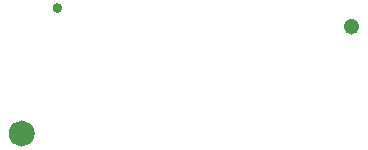
<source format=gbr>
G04 #@! TF.FileFunction,Glue,Top*
%FSLAX46Y46*%
G04 Gerber Fmt 4.6, Leading zero omitted, Abs format (unit mm)*
G04 Created by KiCad (PCBNEW (2015-11-11 BZR 6310)-product) date Wed 23 Dec 2015 07:39:48 PM CST*
%MOMM*%
G01*
G04 APERTURE LIST*
%ADD10C,0.100000*%
%ADD11C,0.381000*%
G04 APERTURE END LIST*
D10*
D11*
X181220364Y-91646000D02*
G75*
G03X181220364Y-91646000I-460364J0D01*
G01*
X180983780Y-91646000D02*
G75*
G03X180983780Y-91646000I-223780J0D01*
G01*
X156056991Y-90080000D02*
G75*
G03X156056991Y-90080000I-206991J0D01*
G01*
X153729160Y-100700000D02*
G75*
G03X153729160Y-100700000I-899160J0D01*
G01*
X153381180Y-100700000D02*
G75*
G03X153381180Y-100700000I-551180J0D01*
G01*
X153041934Y-100700000D02*
G75*
G03X153041934Y-100700000I-211934J0D01*
G01*
M02*

</source>
